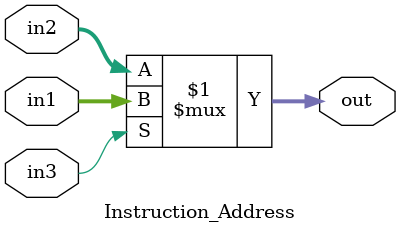
<source format=sv>
module Instruction_Address(in1,in2,in3,out);

input in3;
input [13:0] in1,in2;
output logic [13:0] out;


assign out=(in3)?in1:in2;

endmodule      
</source>
